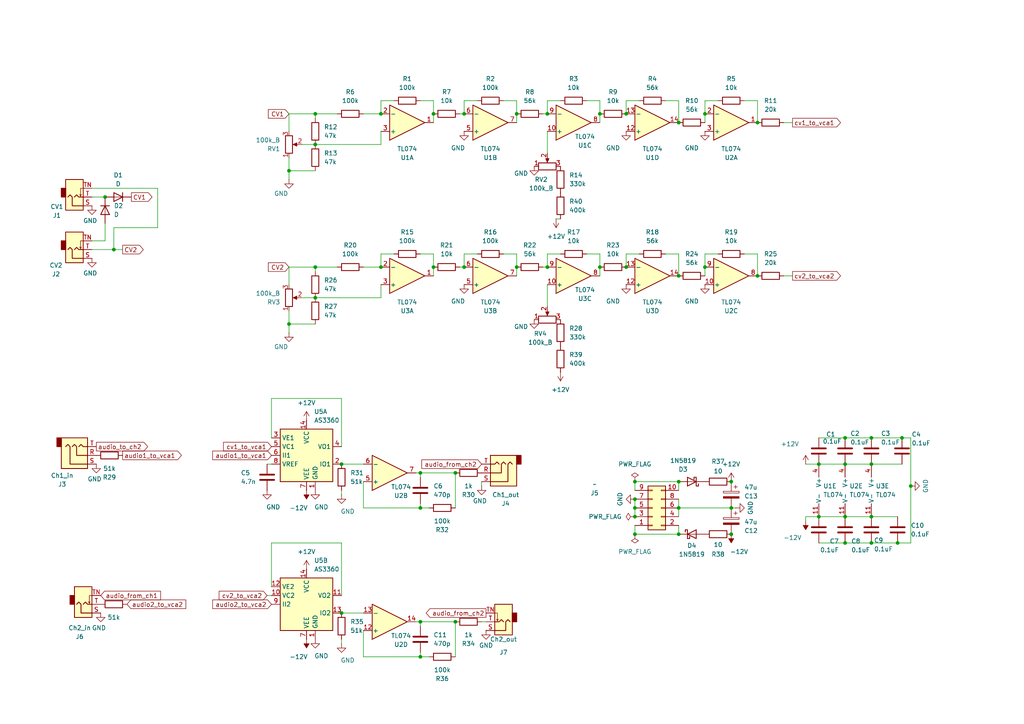
<source format=kicad_sch>
(kicad_sch (version 20231120) (generator "eeschema") (generator_version "8.0")
  (paper "A4")
  (title_block (title "VCA_Panner") (date "2024-06-04") (rev "1") (company "Clandestine Circutry"))
  (junction (at 245.11 149.86))
  (junction (at 204.47 33.02))
  (junction (at 264.16 140.97))
  (junction (at 212.09 147.32))
  (junction (at 212.09 154.94))
  (junction (at 110.49 77.47))
  (junction (at 252.73 134.62))
  (junction (at 184.15 149.86))
  (junction (at 132.08 180.34))
  (junction (at 196.85 80.01))
  (junction (at 184.15 154.94))
  (junction (at 237.49 134.62))
  (junction (at 149.86 77.47))
  (junction (at 252.73 127))
  (junction (at 91.44 33.02))
  (junction (at 121.92 137.16))
  (junction (at 121.92 190.5))
  (junction (at 219.71 35.56))
  (junction (at 99.06 177.8))
  (junction (at 91.44 77.47))
  (junction (at 245.11 134.62))
  (junction (at 99.06 134.62))
  (junction (at 132.08 137.16))
  (junction (at 125.73 33.02))
  (junction (at 252.73 157.48))
  (junction (at 134.62 33.02))
  (junction (at 181.61 77.47))
  (junction (at 121.92 180.34))
  (junction (at 158.75 77.47))
  (junction (at 110.49 33.02))
  (junction (at 196.85 139.7))
  (junction (at 245.11 157.48))
  (junction (at 173.99 33.02))
  (junction (at 212.09 139.7))
  (junction (at 181.61 33.02))
  (junction (at 204.47 77.47))
  (junction (at 245.11 127))
  (junction (at 260.35 157.48))
  (junction (at 121.92 147.32))
  (junction (at 30.48 57.15))
  (junction (at 261.62 127))
  (junction (at 196.85 147.32))
  (junction (at 149.86 33.02))
  (junction (at 91.44 41.91))
  (junction (at 33.02 72.39))
  (junction (at 184.15 139.7))
  (junction (at 219.71 80.01))
  (junction (at 83.82 93.98))
  (junction (at 173.99 77.47))
  (junction (at 134.62 77.47))
  (junction (at 125.73 77.47))
  (junction (at 252.73 149.86))
  (junction (at 184.15 144.78))
  (junction (at 91.44 86.36))
  (junction (at 83.82 49.53))
  (junction (at 196.85 154.94))
  (junction (at 196.85 35.56))
  (junction (at 158.75 33.02))
  (junction (at 237.49 149.86))
  (junction (at 184.15 147.32))
  (wire (pts (xy 196.85 29.21) (xy 196.85 35.56)))
  (wire (pts (xy 105.41 33.02) (xy 110.49 33.02)))
  (wire (pts (xy 219.71 73.66) (xy 219.71 80.01)))
  (wire (pts (xy 99.06 172.72) (xy 99.06 157.48)))
  (wire (pts (xy 173.99 35.56) (xy 173.99 33.02)))
  (wire (pts (xy 237.49 149.86) (xy 245.11 149.86)))
  (wire (pts (xy 110.49 29.21) (xy 114.3 29.21)))
  (wire (pts (xy 173.99 77.47) (xy 173.99 73.66)))
  (wire (pts (xy 105.41 139.7) (xy 105.41 147.32)))
  (wire (pts (xy 121.92 137.16) (xy 121.92 138.43)))
  (wire (pts (xy 196.85 149.86) (xy 196.85 147.32)))
  (wire (pts (xy 161.29 63.5) (xy 162.56 63.5)))
  (wire (pts (xy 173.99 73.66) (xy 170.18 73.66)))
  (wire (pts (xy 99.06 177.8) (xy 105.41 177.8)))
  (wire (pts (xy 99.06 129.54) (xy 99.06 115.57)))
  (wire (pts (xy 181.61 73.66) (xy 181.61 77.47)))
  (wire (pts (xy 158.75 73.66) (xy 162.56 73.66)))
  (wire (pts (xy 213.36 147.32) (xy 212.09 147.32)))
  (wire (pts (xy 125.73 29.21) (xy 121.92 29.21)))
  (wire (pts (xy 121.92 190.5) (xy 124.46 190.5)))
  (wire (pts (xy 196.85 142.24) (xy 196.85 139.7)))
  (wire (pts (xy 261.62 127) (xy 264.16 127)))
  (wire (pts (xy 26.67 72.39) (xy 33.02 72.39)))
  (wire (pts (xy 233.68 134.62) (xy 237.49 134.62)))
  (wire (pts (xy 87.63 86.36) (xy 91.44 86.36)))
  (wire (pts (xy 105.41 190.5) (xy 121.92 190.5)))
  (wire (pts (xy 33.02 66.04) (xy 33.02 72.39)))
  (wire (pts (xy 121.92 180.34) (xy 121.92 181.61)))
  (wire (pts (xy 245.11 134.62) (xy 252.73 134.62)))
  (wire (pts (xy 193.04 29.21) (xy 196.85 29.21)))
  (wire (pts (xy 125.73 77.47) (xy 125.73 80.01)))
  (wire (pts (xy 110.49 33.02) (xy 110.49 29.21)))
  (wire (pts (xy 149.86 29.21) (xy 146.05 29.21)))
  (wire (pts (xy 120.65 180.34) (xy 121.92 180.34)))
  (wire (pts (xy 149.86 77.47) (xy 149.86 80.01)))
  (wire (pts (xy 134.62 77.47) (xy 134.62 73.66)))
  (wire (pts (xy 33.02 72.39) (xy 35.56 72.39)))
  (wire (pts (xy 110.49 86.36) (xy 110.49 82.55)))
  (wire (pts (xy 208.28 73.66) (xy 204.47 73.66)))
  (wire (pts (xy 134.62 33.02) (xy 134.62 29.21)))
  (wire (pts (xy 184.15 139.7) (xy 196.85 139.7)))
  (wire (pts (xy 149.86 33.02) (xy 149.86 35.56)))
  (wire (pts (xy 91.44 34.29) (xy 91.44 33.02)))
  (wire (pts (xy 237.49 127) (xy 245.11 127)))
  (wire (pts (xy 99.06 185.42) (xy 99.06 186.69)))
  (wire (pts (xy 125.73 73.66) (xy 121.92 73.66)))
  (wire (pts (xy 120.65 137.16) (xy 121.92 137.16)))
  (wire (pts (xy 132.08 180.34) (xy 121.92 180.34)))
  (wire (pts (xy 158.75 82.55) (xy 158.75 88.9)))
  (wire (pts (xy 149.86 29.21) (xy 149.86 33.02)))
  (wire (pts (xy 78.74 157.48) (xy 78.74 170.18)))
  (wire (pts (xy 184.15 154.94) (xy 196.85 154.94)))
  (wire (pts (xy 30.48 64.77) (xy 30.48 69.85)))
  (wire (pts (xy 26.67 54.61) (xy 45.72 54.61)))
  (wire (pts (xy 91.44 77.47) (xy 97.79 77.47)))
  (wire (pts (xy 173.99 29.21) (xy 170.18 29.21)))
  (wire (pts (xy 83.82 33.02) (xy 91.44 33.02)))
  (wire (pts (xy 184.15 144.78) (xy 184.15 147.32)))
  (wire (pts (xy 158.75 77.47) (xy 158.75 73.66)))
  (wire (pts (xy 125.73 29.21) (xy 125.73 33.02)))
  (wire (pts (xy 83.82 33.02) (xy 83.82 38.1)))
  (wire (pts (xy 78.74 115.57) (xy 78.74 127)))
  (wire (pts (xy 196.85 73.66) (xy 196.85 80.01)))
  (wire (pts (xy 204.47 73.66) (xy 204.47 77.47)))
  (wire (pts (xy 133.35 77.47) (xy 134.62 77.47)))
  (wire (pts (xy 215.9 29.21) (xy 219.71 29.21)))
  (wire (pts (xy 30.48 69.85) (xy 26.67 69.85)))
  (wire (pts (xy 184.15 152.4) (xy 184.15 154.94)))
  (wire (pts (xy 149.86 73.66) (xy 149.86 77.47)))
  (wire (pts (xy 261.62 134.62) (xy 252.73 134.62)))
  (wire (pts (xy 139.7 180.34) (xy 140.97 180.34)))
  (wire (pts (xy 196.85 147.32) (xy 212.09 147.32)))
  (wire (pts (xy 77.47 134.62) (xy 78.74 134.62)))
  (wire (pts (xy 237.49 157.48) (xy 245.11 157.48)))
  (wire (pts (xy 173.99 80.01) (xy 173.99 77.47)))
  (wire (pts (xy 110.49 41.91) (xy 110.49 38.1)))
  (wire (pts (xy 45.72 66.04) (xy 33.02 66.04)))
  (wire (pts (xy 173.99 33.02) (xy 173.99 29.21)))
  (wire (pts (xy 184.15 149.86) (xy 184.15 147.32)))
  (wire (pts (xy 245.11 127) (xy 252.73 127)))
  (wire (pts (xy 132.08 147.32) (xy 132.08 137.16)))
  (wire (pts (xy 133.35 33.02) (xy 134.62 33.02)))
  (wire (pts (xy 264.16 127) (xy 264.16 140.97)))
  (wire (pts (xy 185.42 29.21) (xy 181.61 29.21)))
  (wire (pts (xy 245.11 157.48) (xy 252.73 157.48)))
  (wire (pts (xy 83.82 77.47) (xy 91.44 77.47)))
  (wire (pts (xy 99.06 115.57) (xy 78.74 115.57)))
  (wire (pts (xy 252.73 157.48) (xy 260.35 157.48)))
  (wire (pts (xy 99.06 134.62) (xy 105.41 134.62)))
  (wire (pts (xy 193.04 73.66) (xy 196.85 73.66)))
  (wire (pts (xy 215.9 73.66) (xy 219.71 73.66)))
  (wire (pts (xy 110.49 77.47) (xy 110.49 73.66)))
  (wire (pts (xy 134.62 29.21) (xy 138.43 29.21)))
  (wire (pts (xy 83.82 90.17) (xy 83.82 93.98)))
  (wire (pts (xy 185.42 73.66) (xy 181.61 73.66)))
  (wire (pts (xy 204.47 77.47) (xy 204.47 80.01)))
  (wire (pts (xy 45.72 54.61) (xy 45.72 66.04)))
  (wire (pts (xy 219.71 29.21) (xy 219.71 35.56)))
  (wire (pts (xy 132.08 137.16) (xy 121.92 137.16)))
  (wire (pts (xy 227.33 80.01) (xy 229.87 80.01)))
  (wire (pts (xy 196.85 147.32) (xy 196.85 144.78)))
  (wire (pts (xy 121.92 146.05) (xy 121.92 147.32)))
  (wire (pts (xy 196.85 152.4) (xy 196.85 154.94)))
  (wire (pts (xy 252.73 149.86) (xy 260.35 149.86)))
  (wire (pts (xy 181.61 29.21) (xy 181.61 33.02)))
  (wire (pts (xy 245.11 149.86) (xy 252.73 149.86)))
  (wire (pts (xy 110.49 73.66) (xy 114.3 73.66)))
  (wire (pts (xy 157.48 77.47) (xy 158.75 77.47)))
  (wire (pts (xy 83.82 77.47) (xy 83.82 82.55)))
  (wire (pts (xy 78.74 172.72) (xy 77.47 172.72)))
  (wire (pts (xy 264.16 157.48) (xy 264.16 140.97)))
  (wire (pts (xy 121.92 189.23) (xy 121.92 190.5)))
  (wire (pts (xy 105.41 147.32) (xy 121.92 147.32)))
  (wire (pts (xy 121.92 147.32) (xy 124.46 147.32)))
  (wire (pts (xy 158.75 33.02) (xy 158.75 29.21)))
  (wire (pts (xy 91.44 41.91) (xy 110.49 41.91)))
  (wire (pts (xy 149.86 73.66) (xy 146.05 73.66)))
  (wire (pts (xy 134.62 73.66) (xy 138.43 73.66)))
  (wire (pts (xy 260.35 157.48) (xy 264.16 157.48)))
  (wire (pts (xy 157.48 33.02) (xy 158.75 33.02)))
  (wire (pts (xy 125.73 33.02) (xy 125.73 35.56)))
  (wire (pts (xy 83.82 45.72) (xy 83.82 49.53)))
  (wire (pts (xy 105.41 182.88) (xy 105.41 190.5)))
  (wire (pts (xy 26.67 57.15) (xy 30.48 57.15)))
  (wire (pts (xy 233.68 149.86) (xy 237.49 149.86)))
  (wire (pts (xy 83.82 49.53) (xy 91.44 49.53)))
  (wire (pts (xy 158.75 38.1) (xy 158.75 44.45)))
  (wire (pts (xy 208.28 29.21) (xy 204.47 29.21)))
  (wire (pts (xy 158.75 29.21) (xy 162.56 29.21)))
  (wire (pts (xy 204.47 29.21) (xy 204.47 33.02)))
  (wire (pts (xy 237.49 134.62) (xy 245.11 134.62)))
  (wire (pts (xy 91.44 78.74) (xy 91.44 77.47)))
  (wire (pts (xy 252.73 127) (xy 261.62 127)))
  (wire (pts (xy 184.15 142.24) (xy 184.15 139.7)))
  (wire (pts (xy 204.47 33.02) (xy 204.47 35.56)))
  (wire (pts (xy 139.7 139.7) (xy 139.7 140.97)))
  (wire (pts (xy 91.44 86.36) (xy 110.49 86.36)))
  (wire (pts (xy 99.06 142.24) (xy 99.06 143.51)))
  (wire (pts (xy 227.33 35.56) (xy 229.87 35.56)))
  (wire (pts (xy 91.44 33.02) (xy 97.79 33.02)))
  (wire (pts (xy 132.08 190.5) (xy 132.08 180.34)))
  (wire (pts (xy 125.73 73.66) (xy 125.73 77.47)))
  (wire (pts (xy 83.82 49.53) (xy 83.82 52.07)))
  (wire (pts (xy 99.06 157.48) (xy 78.74 157.48)))
  (wire (pts (xy 83.82 93.98) (xy 83.82 96.52)))
  (wire (pts (xy 233.68 151.13) (xy 233.68 149.86)))
  (wire (pts (xy 105.41 77.47) (xy 110.49 77.47)))
  (wire (pts (xy 87.63 41.91) (xy 91.44 41.91)))
  (wire (pts (xy 83.82 93.98) (xy 91.44 93.98)))
  (global_label "cv2_to_vca2" (shape input) (at 77.47 172.72 180) (property "Intersheetrefs" "${INTERSHEET_REFS}" (effects (hide yes))))
  (global_label "CV1" (shape input) (at 83.82 33.02 180) (property "Intersheetrefs" "${INTERSHEET_REFS}" (effects (hide yes))))
  (global_label "audio_from_ch1" (shape input) (at 29.21 172.72 0) (property "Intersheetrefs" "${INTERSHEET_REFS}" (effects (hide yes))))
  (global_label "CV2" (shape input) (at 83.82 77.47 180) (property "Intersheetrefs" "${INTERSHEET_REFS}" (effects (hide yes))))
  (global_label "cv1_to_vca1" (shape output) (at 229.87 35.56 0) (property "Intersheetrefs" "${INTERSHEET_REFS}" (effects (hide yes))))
  (global_label "CV1" (shape output) (at 38.1 57.15 0) (property "Intersheetrefs" "${INTERSHEET_REFS}" (effects (hide yes))))
  (global_label "cv1_to_vca1" (shape input) (at 78.74 129.54 180) (property "Intersheetrefs" "${INTERSHEET_REFS}" (effects (hide yes))))
  (global_label "audio2_to_vca2" (shape input) (at 78.74 175.26 180) (property "Intersheetrefs" "${INTERSHEET_REFS}" (effects (hide yes))))
  (global_label "audio_from_ch2" (shape input) (at 139.7 134.62 180) (property "Intersheetrefs" "${INTERSHEET_REFS}" (effects (hide yes))))
  (global_label "cv2_to_vca2" (shape output) (at 229.87 80.01 0) (property "Intersheetrefs" "${INTERSHEET_REFS}" (effects (hide yes))))
  (global_label "audio1_to_vca1" (shape output) (at 35.56 132.08 0) (property "Intersheetrefs" "${INTERSHEET_REFS}" (effects (hide yes))))
  (global_label "audio_from_ch2" (shape output) (at 140.97 177.8 180) (property "Intersheetrefs" "${INTERSHEET_REFS}" (effects (hide yes))))
  (global_label "audio1_to_vca1" (shape input) (at 78.74 132.08 180) (property "Intersheetrefs" "${INTERSHEET_REFS}" (effects (hide yes))))
  (global_label "audio_to_ch2" (shape output) (at 27.94 129.54 0) (property "Intersheetrefs" "${INTERSHEET_REFS}" (effects (hide yes))))
  (global_label "CV2" (shape output) (at 35.56 72.39 0) (property "Intersheetrefs" "${INTERSHEET_REFS}" (effects (hide yes))))
  (global_label "audio2_to_vca2" (shape input) (at 36.83 175.26 0) (property "Intersheetrefs" "${INTERSHEET_REFS}" (effects (hide yes))))
  (symbol (lib_id "power:GND") (at 83.82 52.07 0) (unit 1)
    (property "Reference" "#PWR05" (effects (hide yes)))
    (property "Value" "GND" (at 81.534 56.134 0))
    (property "Description" "Power symbol creates a global label with name \"GND\" , ground" (effects (hide yes)))
  )
  (symbol (lib_id "Device:R_Potentiometer") (at 83.82 41.91 0) (mirror x) (unit 1)
    (property "Reference" "RV1" (at 81.28 43.1801 0) (effects (justify right)))
    (property "Value" "100k_B" (at 81.28 40.6401 0) (effects (justify right)))
    (property "Footprint" "mort_mix:Potentiometer_Alpha_RD901F-40-00D_Single_Vertical_withhole" (effects (hide yes)))
    (property "Description" "Potentiometer" (effects (hide yes)))
  )
  (symbol (lib_id "Device:R") (at 177.8 33.02 270) (unit 1)
    (property "Reference" "R9" (at 177.8 26.67 90))
    (property "Value" "10k" (at 177.8 29.21 90))
    (property "Footprint" "Resistor_SMD:R_0805_2012Metric_Pad1.20x1.40mm_HandSolder" (effects (hide yes)))
    (property "Description" "Resistor" (effects (hide yes)))
  )
  (symbol (lib_id "power:-12V") (at 212.09 154.94 0) (mirror x) (unit 1)
    (property "Reference" "#PWR025" (effects (hide yes)))
    (property "Value" "-12V" (at 214.376 160.02 0))
    (property "Description" "Power symbol creates a global label with name \"-12V\"" (effects (hide yes)))
  )
  (symbol (lib_id "Amplifier_Operational:TL074") (at 166.37 35.56 0) (mirror x) (unit 3)
    (property "Reference" "U1" (at 169.672 42.164 0))
    (property "Value" "TL074" (at 169.672 39.624 0))
    (property "Footprint" "Package_SO:SO-14_3.9x8.65mm_P1.27mm" (effects (hide yes)))
    (property "Datasheet" "http://www.ti.com/lit/ds/symlink/tl071.pdf" (effects (hide yes)))
    (property "Description" "Quad Low-Noise JFET-Input Operational Amplifiers, DIP-14/SOIC-14" (effects (hide yes)))
    (property "Sim.Library" "D:\\Zeug\\clandestine_circutry\\spice_models\\TL074-quad.lib" (effects (hide yes)))
    (property "Sim.Name" "TL074c" (effects (hide yes)))
    (property "Sim.Device" "SUBCKT" (effects (hide yes)))
    (property "Sim.Pins" "1=1out 2=1in- 3=1in+ 4=vcc+ 5=2in+ 6=2in- 7=2out 8=3out 9=3in- 10=3in+ 11=vcc- 12=4in+ 13=4in- 14=4out" (effects (hide yes)))
  )
  (symbol (lib_id "Amplifier_Operational:TL074") (at 118.11 80.01 0) (mirror x) (unit 1)
    (property "Reference" "U3" (at 118.11 90.17 0))
    (property "Value" "TL074" (at 118.11 87.63 0))
    (property "Footprint" "Package_SO:SO-14_3.9x8.65mm_P1.27mm" (effects (hide yes)))
    (property "Datasheet" "http://www.ti.com/lit/ds/symlink/tl071.pdf" (effects (hide yes)))
    (property "Description" "Quad Low-Noise JFET-Input Operational Amplifiers, DIP-14/SOIC-14" (effects (hide yes)))
  )
  (symbol (lib_id "power:-12V") (at 88.9 142.24 180) (unit 1)
    (property "Reference" "#PWR019" (effects (hide yes)))
    (property "Value" "-12V" (at 86.614 147.32 0))
    (property "Description" "Power symbol creates a global label with name \"-12V\"" (effects (hide yes)))
  )
  (symbol (lib_id "Device:R") (at 189.23 73.66 270) (unit 1)
    (property "Reference" "R18" (at 189.23 67.31 90))
    (property "Value" "56k" (at 189.23 69.85 90))
    (property "Footprint" "Resistor_SMD:R_0805_2012Metric_Pad1.20x1.40mm_HandSolder" (effects (hide yes)))
    (property "Description" "Resistor" (effects (hide yes)))
  )
  (symbol (lib_id "power:+12V") (at 161.29 63.5 180) (unit 1)
    (property "Reference" "#PWR06" (effects (hide yes)))
    (property "Value" "+12V" (at 161.29 68.58 0))
    (property "Description" "Power symbol creates a global label with name \"+12V\"" (effects (hide yes)))
  )
  (symbol (lib_id "Device:R") (at 200.66 35.56 270) (unit 1)
    (property "Reference" "R10" (at 200.66 29.21 90))
    (property "Value" "56k" (at 200.66 31.75 90))
    (property "Footprint" "Resistor_SMD:R_0805_2012Metric_Pad1.20x1.40mm_HandSolder" (effects (hide yes)))
    (property "Description" "Resistor" (effects (hide yes)))
  )
  (symbol (lib_id "power:GND") (at 99.06 143.51 0) (unit 1)
    (property "Reference" "#PWR021" (effects (hide yes)))
    (property "Value" "GND" (at 100.838 148.336 0))
    (property "Description" "Power symbol creates a global label with name \"GND\" , ground" (effects (hide yes)))
  )
  (symbol (lib_id "Device:R") (at 208.28 154.94 90) (unit 1)
    (property "Reference" "R38" (at 208.28 160.782 90))
    (property "Value" "10" (at 208.28 157.988 90))
    (property "Footprint" "Resistor_SMD:R_0805_2012Metric_Pad1.20x1.40mm_HandSolder" (effects (hide yes)))
    (property "Description" "Resistor" (effects (hide yes)))
  )
  (symbol (lib_id "power:GND") (at 83.82 96.52 0) (unit 1)
    (property "Reference" "#PWR013" (effects (hide yes)))
    (property "Value" "GND" (at 81.534 100.584 0))
    (property "Description" "Power symbol creates a global label with name \"GND\" , ground" (effects (hide yes)))
  )
  (symbol (lib_id "Device:R") (at 142.24 73.66 270) (unit 1)
    (property "Reference" "R16" (at 142.24 67.31 90))
    (property "Value" "100k" (at 142.24 69.85 90))
    (property "Footprint" "Resistor_SMD:R_0805_2012Metric_Pad1.20x1.40mm_HandSolder" (effects (hide yes)))
    (property "Description" "Resistor" (effects (hide yes)))
  )
  (symbol (lib_id "Device:R") (at 128.27 190.5 270) (unit 1)
    (property "Reference" "R36" (at 128.27 196.85 90))
    (property "Value" "100k" (at 128.27 194.31 90))
    (property "Footprint" "Resistor_SMD:R_0805_2012Metric_Pad1.20x1.40mm_HandSolder" (effects (hide yes)))
    (property "Description" "Resistor" (effects (hide yes)))
  )
  (symbol (lib_id "Device:R") (at 200.66 80.01 270) (unit 1)
    (property "Reference" "R24" (at 200.66 73.66 90))
    (property "Value" "56k" (at 200.66 76.2 90))
    (property "Footprint" "Resistor_SMD:R_0805_2012Metric_Pad1.20x1.40mm_HandSolder" (effects (hide yes)))
    (property "Description" "Resistor" (effects (hide yes)))
  )
  (symbol (lib_id "Device:R") (at 208.28 139.7 270) (unit 1)
    (property "Reference" "R37" (at 208.28 133.858 90))
    (property "Value" "10" (at 208.28 136.652 90))
    (property "Footprint" "Resistor_SMD:R_0805_2012Metric_Pad1.20x1.40mm_HandSolder" (effects (hide yes)))
    (property "Description" "Resistor" (effects (hide yes)))
  )
  (symbol (lib_id "Device:C") (at 121.92 142.24 180) (unit 1)
    (property "Reference" "C6" (at 125.73 140.9699 0) (effects (justify right)))
    (property "Value" "470p" (at 125.73 143.5099 0) (effects (justify right)))
    (property "Footprint" "Capacitor_SMD:C_0805_2012Metric_Pad1.18x1.45mm_HandSolder" (effects (hide yes)))
    (property "Description" "Unpolarized capacitor" (effects (hide yes)))
  )
  (symbol (lib_id "Device:R") (at 162.56 59.69 0) (mirror y) (unit 1)
    (property "Reference" "R40" (at 165.1 58.4199 0) (effects (justify right)))
    (property "Value" "400k" (at 165.1 60.9599 0) (effects (justify right)))
    (property "Footprint" "Resistor_SMD:R_0805_2012Metric_Pad1.20x1.40mm_HandSolder" (effects (hide yes)))
    (property "Description" "Resistor" (effects (hide yes)))
  )
  (symbol (lib_id "Device:R") (at 99.06 138.43 180) (unit 1)
    (property "Reference" "R31" (at 101.6 137.1599 0) (effects (justify right)))
    (property "Value" "51k" (at 101.6 139.6999 0) (effects (justify right)))
    (property "Footprint" "Resistor_SMD:R_0805_2012Metric_Pad1.20x1.40mm_HandSolder" (effects (hide yes)))
    (property "Description" "Resistor" (effects (hide yes)))
  )
  (symbol (lib_id "Device:R") (at 162.56 96.52 0) (mirror y) (unit 1)
    (property "Reference" "R28" (at 165.1 95.2499 0) (effects (justify right)))
    (property "Value" "330k" (at 165.1 97.7899 0) (effects (justify right)))
    (property "Footprint" "Resistor_SMD:R_0805_2012Metric_Pad1.20x1.40mm_HandSolder" (effects (hide yes)))
    (property "Description" "Resistor" (effects (hide yes)))
  )
  (symbol (lib_id "power:GND") (at 181.61 38.1 0) (unit 1)
    (property "Reference" "#PWR02" (effects (hide yes)))
    (property "Value" "GND" (at 177.8 42.926 0))
    (property "Description" "Power symbol creates a global label with name \"GND\" , ground" (effects (hide yes)))
  )
  (symbol (lib_id "Device:D") (at 34.29 57.15 180) (unit 1)
    (property "Reference" "D1" (at 34.29 50.8 0))
    (property "Value" "D" (at 34.29 53.34 0))
    (property "Footprint" "Diode_SMD:D_0805_2012Metric_Pad1.15x1.40mm_HandSolder" (effects (hide yes)))
    (property "Description" "Diode" (effects (hide yes)))
    (property "Sim.Device" "D" (effects (hide yes)))
    (property "Sim.Pins" "1=K 2=A" (effects (hide yes)))
  )
  (symbol (lib_id "Diode:1N5819") (at 200.66 139.7 180) (unit 1)
    (property "Reference" "D3" (at 198.12 136.144 0))
    (property "Value" "1N5819" (at 198.12 133.604 0))
    (property "Footprint" "Diode_THT:D_DO-41_SOD81_P2.54mm_Vertical_AnodeUp" (effects (hide yes)))
    (property "Datasheet" "http://www.vishay.com/docs/88525/1n5817.pdf" (effects (hide yes)))
    (property "Description" "40V 1A Schottky Barrier Rectifier Diode, DO-41" (effects (hide yes)))
  )
  (symbol (lib_id "power:GND") (at 26.67 59.69 0) (unit 1)
    (property "Reference" "#PWR07" (effects (hide yes)))
    (property "Value" "GND" (at 26.162 64.008 0))
    (property "Description" "Power symbol creates a global label with name \"GND\" , ground" (effects (hide yes)))
  )
  (symbol (lib_id "power:GND") (at 139.7 140.97 0) (unit 1)
    (property "Reference" "#PWR017" (effects (hide yes)))
    (property "Value" "GND" (at 139.192 145.288 0))
    (property "Description" "Power symbol creates a global label with name \"GND\" , ground" (effects (hide yes)))
  )
  (symbol (lib_id "Amplifier_Operational:TL074") (at 142.24 80.01 0) (mirror x) (unit 2)
    (property "Reference" "U3" (at 142.24 90.17 0))
    (property "Value" "TL074" (at 142.24 87.63 0))
    (property "Footprint" "Package_SO:SO-14_3.9x8.65mm_P1.27mm" (effects (hide yes)))
    (property "Datasheet" "http://www.ti.com/lit/ds/symlink/tl071.pdf" (effects (hide yes)))
    (property "Description" "Quad Low-Noise JFET-Input Operational Amplifiers, DIP-14/SOIC-14" (effects (hide yes)))
  )
  (symbol (lib_id "power:+12V") (at 88.9 165.1 0) (unit 1)
    (property "Reference" "#PWR022" (effects (hide yes)))
    (property "Value" "+12V" (at 88.9 160.02 0))
    (property "Description" "Power symbol creates a global label with name \"+12V\"" (effects (hide yes)))
  )
  (symbol (lib_id "Device:R") (at 189.23 29.21 270) (unit 1)
    (property "Reference" "R4" (at 189.23 22.86 90))
    (property "Value" "56k" (at 189.23 25.4 90))
    (property "Footprint" "Resistor_SMD:R_0805_2012Metric_Pad1.20x1.40mm_HandSolder" (effects (hide yes)))
    (property "Description" "Resistor" (effects (hide yes)))
  )
  (symbol (lib_id "Device:R") (at 101.6 33.02 270) (unit 1)
    (property "Reference" "R6" (at 101.6 26.67 90))
    (property "Value" "100k" (at 101.6 29.21 90))
    (property "Footprint" "Resistor_SMD:R_0805_2012Metric_Pad1.20x1.40mm_HandSolder" (effects (hide yes)))
    (property "Description" "Resistor" (effects (hide yes)))
  )
  (symbol (lib_id "Device:R") (at 223.52 35.56 270) (unit 1)
    (property "Reference" "R11" (at 223.52 29.21 90))
    (property "Value" "20k" (at 223.52 31.75 90))
    (property "Footprint" "Resistor_SMD:R_0805_2012Metric_Pad1.20x1.40mm_HandSolder" (effects (hide yes)))
    (property "Description" "Resistor" (effects (hide yes)))
  )
  (symbol (lib_id "Device:R") (at 118.11 73.66 270) (unit 1)
    (property "Reference" "R15" (at 118.11 67.31 90))
    (property "Value" "100k" (at 118.11 69.85 90))
    (property "Footprint" "Resistor_SMD:R_0805_2012Metric_Pad1.20x1.40mm_HandSolder" (effects (hide yes)))
    (property "Description" "Resistor" (effects (hide yes)))
  )
  (symbol (lib_id "Device:R") (at 135.89 180.34 90) (mirror x) (unit 1)
    (property "Reference" "R34" (at 135.89 186.69 90))
    (property "Value" "1k" (at 135.89 184.15 90))
    (property "Footprint" "Resistor_SMD:R_0805_2012Metric_Pad1.20x1.40mm_HandSolder" (effects (hide yes)))
    (property "Description" "Resistor" (effects (hide yes)))
  )
  (symbol (lib_id "power:GND") (at 140.97 182.88 0) (unit 1)
    (property "Reference" "#PWR024" (effects (hide yes)))
    (property "Value" "GND" (at 140.97 187.198 0))
    (property "Description" "Power symbol creates a global label with name \"GND\" , ground" (effects (hide yes)))
  )
  (symbol (lib_id "Device:C") (at 252.73 130.81 180) (unit 1)
    (property "Reference" "C3" (at 255.524 125.73 0) (effects (justify right)))
    (property "Value" "0.1uF" (at 255.524 128.27 0) (effects (justify right)))
    (property "Footprint" "Capacitor_SMD:C_0805_2012Metric_Pad1.18x1.45mm_HandSolder" (effects (hide yes)))
    (property "Description" "Unpolarized capacitor" (effects (hide yes)))
  )
  (symbol (lib_id "Device:C") (at 245.11 130.81 180) (unit 1)
    (property "Reference" "C2" (at 246.634 125.73 0) (effects (justify right)))
    (property "Value" "0.1uF" (at 246.634 128.27 0) (effects (justify right)))
    (property "Footprint" "Capacitor_SMD:C_0805_2012Metric_Pad1.18x1.45mm_HandSolder" (effects (hide yes)))
    (property "Description" "Unpolarized capacitor" (effects (hide yes)))
  )
  (symbol (lib_id "Device:R") (at 118.11 29.21 270) (unit 1)
    (property "Reference" "R1" (at 118.11 22.86 90))
    (property "Value" "100k" (at 118.11 25.4 90))
    (property "Footprint" "Resistor_SMD:R_0805_2012Metric_Pad1.20x1.40mm_HandSolder" (effects (hide yes)))
    (property "Description" "Resistor" (effects (hide yes)))
  )
  (symbol (lib_id "power:+12V") (at 88.9 121.92 0) (unit 1)
    (property "Reference" "#PWR015" (effects (hide yes)))
    (property "Value" "+12V" (at 88.9 116.84 0))
    (property "Description" "Power symbol creates a global label with name \"+12V\"" (effects (hide yes)))
  )
  (symbol (lib_id "Device:C") (at 237.49 130.81 0) (mirror x) (unit 1)
    (property "Reference" "C1" (at 242.316 125.984 0) (effects (justify right)))
    (property "Value" "0.1uF" (at 244.094 128.016 0) (effects (justify right)))
    (property "Footprint" "Capacitor_SMD:C_0805_2012Metric_Pad1.18x1.45mm_HandSolder" (effects (hide yes)))
    (property "Description" "Unpolarized capacitor" (effects (hide yes)))
  )
  (symbol (lib_id "Device:R") (at 177.8 77.47 270) (unit 1)
    (property "Reference" "R23" (at 177.8 71.12 90))
    (property "Value" "10k" (at 177.8 73.66 90))
    (property "Footprint" "Resistor_SMD:R_0805_2012Metric_Pad1.20x1.40mm_HandSolder" (effects (hide yes)))
    (property "Description" "Resistor" (effects (hide yes)))
  )
  (symbol (lib_id "Amplifier_Operational:TL074") (at 189.23 35.56 0) (mirror x) (unit 4)
    (property "Reference" "U1" (at 189.23 45.72 0))
    (property "Value" "TL074" (at 189.23 43.18 0))
    (property "Footprint" "Package_SO:SO-14_3.9x8.65mm_P1.27mm" (effects (hide yes)))
    (property "Datasheet" "http://www.ti.com/lit/ds/symlink/tl071.pdf" (effects (hide yes)))
    (property "Description" "Quad Low-Noise JFET-Input Operational Amplifiers, DIP-14/SOIC-14" (effects (hide yes)))
    (property "Sim.Library" "D:\\Zeug\\clandestine_circutry\\spice_models\\TL074-quad.lib" (effects (hide yes)))
    (property "Sim.Name" "TL074c" (effects (hide yes)))
    (property "Sim.Device" "SUBCKT" (effects (hide yes)))
    (property "Sim.Pins" "1=1out 2=1in- 3=1in+ 4=vcc+ 5=2in+ 6=2in- 7=2out 8=3out 9=3in- 10=3in+ 11=vcc- 12=4in+ 13=4in- 14=4out" (effects (hide yes)))
  )
  (symbol (lib_id "Device:R") (at 99.06 181.61 180) (unit 1)
    (property "Reference" "R35" (at 101.6 180.3399 0) (effects (justify right)))
    (property "Value" "51k" (at 101.6 182.8799 0) (effects (justify right)))
    (property "Footprint" "Resistor_SMD:R_0805_2012Metric_Pad1.20x1.40mm_HandSolder" (effects (hide yes)))
    (property "Description" "Resistor" (effects (hide yes)))
  )
  (symbol (lib_id "Connector_Audio:AudioJack3") (at 144.78 137.16 180) (unit 1)
    (property "Reference" "J4" (at 146.685 146.05 0))
    (property "Value" "Ch1_out" (at 146.685 143.51 0))
    (property "Footprint" "mort_mix:Jack_3.5mm_QingPu_WQP-PJ366ST_Vertical" (effects (hide yes)))
    (property "Description" "Audio Jack, 3 Poles (Stereo / TRS)" (effects (hide yes)))
  )
  (symbol (lib_id "Amplifier_Operational:TL074") (at 255.27 142.24 0) (unit 5)
    (property "Reference" "U3" (at 254 140.9699 0) (effects (justify left)))
    (property "Value" "TL074" (at 254 143.5099 0) (effects (justify left)))
    (property "Footprint" "Package_SO:SO-14_3.9x8.65mm_P1.27mm" (effects (hide yes)))
    (property "Datasheet" "http://www.ti.com/lit/ds/symlink/tl071.pdf" (effects (hide yes)))
    (property "Description" "Quad Low-Noise JFET-Input Operational Amplifiers, DIP-14/SOIC-14" (effects (hide yes)))
  )
  (symbol (lib_id "power:GND") (at 26.67 74.93 0) (unit 1)
    (property "Reference" "#PWR08" (effects (hide yes)))
    (property "Value" "GND" (at 26.162 79.248 0))
    (property "Description" "Power symbol creates a global label with name \"GND\" , ground" (effects (hide yes)))
  )
  (symbol (lib_id "Amplifier_Operational:TL074") (at 166.37 80.01 0) (mirror x) (unit 3)
    (property "Reference" "U3" (at 169.672 86.614 0))
    (property "Value" "TL074" (at 169.672 84.074 0))
    (property "Footprint" "Package_SO:SO-14_3.9x8.65mm_P1.27mm" (effects (hide yes)))
    (property "Datasheet" "http://www.ti.com/lit/ds/symlink/tl071.pdf" (effects (hide yes)))
    (property "Description" "Quad Low-Noise JFET-Input Operational Amplifiers, DIP-14/SOIC-14" (effects (hide yes)))
  )
  (symbol (lib_id "Device:R") (at 162.56 52.07 0) (mirror y) (unit 1)
    (property "Reference" "R14" (at 165.1 50.7999 0) (effects (justify right)))
    (property "Value" "330k" (at 165.1 53.3399 0) (effects (justify right)))
    (property "Footprint" "Resistor_SMD:R_0805_2012Metric_Pad1.20x1.40mm_HandSolder" (effects (hide yes)))
    (property "Description" "Resistor" (effects (hide yes)))
  )
  (symbol (lib_id "power:GND") (at 29.21 177.8 0) (unit 1)
    (property "Reference" "#PWR023" (effects (hide yes)))
    (property "Value" "GND" (at 28.702 182.118 0))
    (property "Description" "Power symbol creates a global label with name \"GND\" , ground" (effects (hide yes)))
  )
  (symbol (lib_id "Device:R") (at 91.44 38.1 0) (mirror y) (unit 1)
    (property "Reference" "R12" (at 93.98 36.8299 0) (effects (justify right)))
    (property "Value" "47k" (at 93.98 39.3699 0) (effects (justify right)))
    (property "Footprint" "Resistor_SMD:R_0805_2012Metric_Pad1.20x1.40mm_HandSolder" (effects (hide yes)))
    (property "Description" "Resistor" (effects (hide yes)))
  )
  (symbol (lib_id "Connector_Audio:AudioJack2_SwitchT") (at 24.13 175.26 0) (mirror x) (unit 1)
    (property "Reference" "J6" (at 23.114 184.658 0))
    (property "Value" "Ch2_in" (at 23.114 182.118 0))
    (property "Footprint" "mort_mix:PJ398SM" (effects (hide yes)))
    (property "Description" "Audio Jack, 2 Poles (Mono / TS), Switched T Pole (Normalling)" (effects (hide yes)))
  )
  (symbol (lib_id "Device:R") (at 91.44 82.55 0) (mirror y) (unit 1)
    (property "Reference" "R26" (at 93.98 81.2799 0) (effects (justify right)))
    (property "Value" "47k" (at 93.98 83.8199 0) (effects (justify right)))
    (property "Footprint" "Resistor_SMD:R_0805_2012Metric_Pad1.20x1.40mm_HandSolder" (effects (hide yes)))
    (property "Description" "Resistor" (effects (hide yes)))
  )
  (symbol (lib_id "power:+12V") (at 233.68 134.62 0) (unit 1)
    (property "Reference" "#PWR031" (effects (hide yes)))
    (property "Value" "+12V" (at 229.108 128.7781 0))
    (property "Description" "Power symbol creates a global label with name \"+12V\"" (effects (hide yes)))
  )
  (symbol (lib_id "Device:C") (at 237.49 153.67 0) (mirror x) (unit 1)
    (property "Reference" "C7" (at 243.332 156.972 0) (effects (justify right)))
    (property "Value" "0.1uF" (at 243.332 159.512 0) (effects (justify right)))
    (property "Footprint" "Capacitor_SMD:C_0805_2012Metric_Pad1.18x1.45mm_HandSolder" (effects (hide yes)))
    (property "Description" "Unpolarized capacitor" (effects (hide yes)))
  )
  (symbol (lib_id "Device:R") (at 166.37 29.21 270) (unit 1)
    (property "Reference" "R3" (at 166.37 22.86 90))
    (property "Value" "10k" (at 166.37 25.4 90))
    (property "Footprint" "Resistor_SMD:R_0805_2012Metric_Pad1.20x1.40mm_HandSolder" (effects (hide yes)))
    (property "Description" "Resistor" (effects (hide yes)))
  )
  (symbol (lib_id "Device:R") (at 91.44 45.72 0) (mirror y) (unit 1)
    (property "Reference" "R13" (at 93.98 44.4499 0) (effects (justify right)))
    (property "Value" "47k" (at 93.98 46.9899 0) (effects (justify right)))
    (property "Footprint" "Resistor_SMD:R_0805_2012Metric_Pad1.20x1.40mm_HandSolder" (effects (hide yes)))
    (property "Description" "Resistor" (effects (hide yes)))
  )
  (symbol (lib_id "Device:R_Potentiometer") (at 83.82 86.36 0) (mirror x) (unit 1)
    (property "Reference" "RV3" (at 81.28 87.6301 0) (effects (justify right)))
    (property "Value" "100k_B" (at 81.28 85.0901 0) (effects (justify right)))
    (property "Footprint" "mort_mix:Potentiometer_Alpha_RD901F-40-00D_Single_Vertical_withhole" (effects (hide yes)))
    (property "Description" "Potentiometer" (effects (hide yes)))
  )
  (symbol (lib_id "Device:C_Polarized") (at 212.09 143.51 0) (mirror y) (unit 1)
    (property "Reference" "C13" (at 215.9 143.8911 0) (effects (justify right)))
    (property "Value" "47u" (at 215.9 141.3511 0) (effects (justify right)))
    (property "Footprint" "Capacitor_THT:CP_Radial_D4.0mm_P2.00mm" (effects (hide yes)))
    (property "Description" "Polarized capacitor" (effects (hide yes)))
  )
  (symbol (lib_id "Device:C_Polarized") (at 212.09 151.13 0) (mirror y) (unit 1)
    (property "Reference" "C12" (at 215.9 153.924 0) (effects (justify right)))
    (property "Value" "47u" (at 215.9 151.384 0) (effects (justify right)))
    (property "Footprint" "Capacitor_THT:CP_Radial_D4.0mm_P2.00mm" (effects (hide yes)))
    (property "Description" "Polarized capacitor" (effects (hide yes)))
  )
  (symbol (lib_id "Device:R") (at 162.56 104.14 0) (mirror y) (unit 1)
    (property "Reference" "R39" (at 165.1 102.8699 0) (effects (justify right)))
    (property "Value" "400k" (at 165.1 105.4099 0) (effects (justify right)))
    (property "Footprint" "Resistor_SMD:R_0805_2012Metric_Pad1.20x1.40mm_HandSolder" (effects (hide yes)))
    (property "Description" "Resistor" (effects (hide yes)))
  )
  (symbol (lib_id "Device:R") (at 153.67 33.02 270) (unit 1)
    (property "Reference" "R8" (at 153.67 26.67 90))
    (property "Value" "56k" (at 153.67 29.21 90))
    (property "Footprint" "Resistor_SMD:R_0805_2012Metric_Pad1.20x1.40mm_HandSolder" (effects (hide yes)))
    (property "Description" "Resistor" (effects (hide yes)))
  )
  (symbol (lib_id "power:GND") (at 213.36 147.32 90) (mirror x) (unit 1)
    (property "Reference" "#PWR029" (effects (hide yes)))
    (property "Value" "GND" (at 217.678 147.32 0))
    (property "Description" "Power symbol creates a global label with name \"GND\" , ground" (effects (hide yes)))
  )
  (symbol (lib_id "Audio:AS3360") (at 88.9 132.08 0) (unit 1)
    (property "Reference" "U5" (at 91.0941 119.38 0) (effects (justify left)))
    (property "Value" "AS3360" (at 91.0941 121.92 0) (effects (justify left)))
    (property "Footprint" "Package_SO:SOIC-16_3.9x9.9mm_P1.27mm" (effects (hide yes)))
    (property "Datasheet" "http://www.alfarzpp.lv/eng/sc/AS3360.pdf" (effects (hide yes)))
    (property "Description" "Dual Voltage Controlled Amplifier (VCA), DIP-14/SOIC-14" (effects (hide yes)))
  )
  (symbol (lib_id "Device:D") (at 30.48 60.96 270) (unit 1)
    (property "Reference" "D2" (at 33.02 59.6899 90) (effects (justify left)))
    (property "Value" "D" (at 33.02 62.2299 90) (effects (justify left)))
    (property "Footprint" "Diode_SMD:D_0805_2012Metric_Pad1.15x1.40mm_HandSolder" (effects (hide yes)))
    (property "Description" "Diode" (effects (hide yes)))
    (property "Sim.Device" "D" (effects (hide yes)))
    (property "Sim.Pins" "1=K 2=A" (effects (hide yes)))
  )
  (symbol (lib_id "Device:C") (at 245.11 153.67 180) (unit 1)
    (property "Reference" "C8" (at 246.888 156.972 0) (effects (justify right)))
    (property "Value" "0.1uF" (at 246.888 159.512 0) (effects (justify right)))
    (property "Footprint" "Capacitor_SMD:C_0805_2012Metric_Pad1.18x1.45mm_HandSolder" (effects (hide yes)))
    (property "Description" "Unpolarized capacitor" (effects (hide yes)))
  )
  (symbol (lib_id "power:GND") (at 204.47 38.1 0) (unit 1)
    (property "Reference" "#PWR03" (effects (hide yes)))
    (property "Value" "GND" (at 200.66 42.926 0))
    (property "Description" "Power symbol creates a global label with name \"GND\" , ground" (effects (hide yes)))
  )
  (symbol (lib_id "Device:R") (at 223.52 80.01 270) (unit 1)
    (property "Reference" "R25" (at 223.52 73.66 90))
    (property "Value" "20k" (at 223.52 76.2 90))
    (property "Footprint" "Resistor_SMD:R_0805_2012Metric_Pad1.20x1.40mm_HandSolder" (effects (hide yes)))
    (property "Description" "Resistor" (effects (hide yes)))
  )
  (symbol (lib_id "power:PWR_FLAG") (at 184.15 139.7 0) (unit 1)
    (property "Reference" "#FLG02" (effects (hide yes)))
    (property "Value" "PWR_FLAG" (at 184.15 134.62 0))
    (property "Description" "Special symbol for telling ERC where power comes from" (effects (hide yes)))
  )
  (symbol (lib_id "power:GND") (at 27.94 134.62 0) (unit 1)
    (property "Reference" "#PWR016" (effects (hide yes)))
    (property "Value" "GND" (at 27.432 138.938 0))
    (property "Description" "Power symbol creates a global label with name \"GND\" , ground" (effects (hide yes)))
  )
  (symbol (lib_id "Device:R_Potentiometer") (at 158.75 48.26 90) (unit 1)
    (property "Reference" "RV2" (at 156.972 52.07 90))
    (property "Value" "100k_B" (at 156.972 54.61 90))
    (property "Footprint" "mort_mix:Potentiometer_Alpha_RD901F-40-00D_Single_Vertical_withhole" (effects (hide yes)))
    (property "Description" "Potentiometer" (effects (hide yes)))
  )
  (symbol (lib_id "Amplifier_Operational:TL074") (at 247.65 142.24 0) (unit 5)
    (property "Reference" "U2" (at 246.38 140.9699 0) (effects (justify left)))
    (property "Value" "TL074" (at 246.38 143.5099 0) (effects (justify left)))
    (property "Footprint" "Package_SO:SO-14_3.9x8.65mm_P1.27mm" (effects (hide yes)))
    (property "Datasheet" "http://www.ti.com/lit/ds/symlink/tl071.pdf" (effects (hide yes)))
    (property "Description" "Quad Low-Noise JFET-Input Operational Amplifiers, DIP-14/SOIC-14" (effects (hide yes)))
  )
  (symbol (lib_id "Device:R") (at 33.02 175.26 270) (mirror x) (unit 1)
    (property "Reference" "R33" (effects (hide yes)))
    (property "Value" "51k" (at 33.02 179.07 90))
    (property "Footprint" "Resistor_SMD:R_0805_2012Metric_Pad1.20x1.40mm_HandSolder" (effects (hide yes)))
    (property "Description" "Resistor" (effects (hide yes)))
  )
  (symbol (lib_id "Amplifier_Operational:TL074") (at 113.03 137.16 0) (mirror x) (unit 2)
    (property "Reference" "U2" (at 116.332 143.764 0))
    (property "Value" "TL074" (at 116.332 141.224 0))
    (property "Footprint" "Package_SO:SO-14_3.9x8.65mm_P1.27mm" (effects (hide yes)))
    (property "Datasheet" "http://www.ti.com/lit/ds/symlink/tl071.pdf" (effects (hide yes)))
    (property "Description" "Quad Low-Noise JFET-Input Operational Amplifiers, DIP-14/SOIC-14" (effects (hide yes)))
    (property "Sim.Library" "..\\spice_models\\TL074-quad.lib" (effects (hide yes)))
    (property "Sim.Name" "TL074c" (effects (hide yes)))
    (property "Sim.Device" "SUBCKT" (effects (hide yes)))
    (property "Sim.Pins" "1=1out 2=1in- 3=1in+ 4=vcc+ 5=2in+ 6=2in- 7=2out 8=3out 9=3in- 10=3in+ 11=vcc- 12=4in+ 13=4in- 14=4out" (effects (hide yes)))
  )
  (symbol (lib_id "Device:C") (at 260.35 153.67 180) (unit 1)
    (property "Reference" "C10" (at 264.16 152.3999 0) (effects (justify right)))
    (property "Value" "0.1uF" (at 264.16 154.9399 0) (effects (justify right)))
    (property "Footprint" "Capacitor_SMD:C_0805_2012Metric_Pad1.18x1.45mm_HandSolder" (effects (hide yes)))
    (property "Description" "Unpolarized capacitor" (effects (hide yes)))
  )
  (symbol (lib_id "power:PWR_FLAG") (at 184.15 149.86 90) (unit 1)
    (property "Reference" "#FLG03" (effects (hide yes)))
    (property "Value" "PWR_FLAG" (at 180.34 149.8599 90) (effects (justify left)))
    (property "Description" "Special symbol for telling ERC where power comes from" (effects (hide yes)))
  )
  (symbol (lib_id "Amplifier_Operational:TL074") (at 212.09 80.01 0) (mirror x) (unit 3)
    (property "Reference" "U2" (at 212.09 90.17 0))
    (property "Value" "TL074" (at 212.09 87.63 0))
    (property "Footprint" "Package_SO:SO-14_3.9x8.65mm_P1.27mm" (effects (hide yes)))
    (property "Datasheet" "http://www.ti.com/lit/ds/symlink/tl071.pdf" (effects (hide yes)))
    (property "Description" "Quad Low-Noise JFET-Input Operational Amplifiers, DIP-14/SOIC-14" (effects (hide yes)))
    (property "Sim.Library" "..\\spice_models\\TL074-quad.lib" (effects (hide yes)))
    (property "Sim.Name" "TL074c" (effects (hide yes)))
    (property "Sim.Device" "SUBCKT" (effects (hide yes)))
    (property "Sim.Pins" "1=1out 2=1in- 3=1in+ 4=vcc+ 5=2in+ 6=2in- 7=2out 8=3out 9=3in- 10=3in+ 11=vcc- 12=4in+ 13=4in- 14=4out" (effects (hide yes)))
  )
  (symbol (lib_id "Device:R") (at 31.75 132.08 90) (mirror x) (unit 1)
    (property "Reference" "R29" (at 31.75 138.43 90))
    (property "Value" "51k" (at 31.75 135.89 90))
    (property "Footprint" "Resistor_SMD:R_0805_2012Metric_Pad1.20x1.40mm_HandSolder" (effects (hide yes)))
    (property "Description" "Resistor" (effects (hide yes)))
  )
  (symbol (lib_id "power:GND") (at 134.62 38.1 0) (mirror y) (unit 1)
    (property "Reference" "#PWR01" (effects (hide yes)))
    (property "Value" "GND" (at 132.842 42.926 0))
    (property "Description" "Power symbol creates a global label with name \"GND\" , ground" (effects (hide yes)))
  )
  (symbol (lib_id "Device:R") (at 91.44 90.17 0) (mirror y) (unit 1)
    (property "Reference" "R27" (at 93.98 88.8999 0) (effects (justify right)))
    (property "Value" "47k" (at 93.98 91.4399 0) (effects (justify right)))
    (property "Footprint" "Resistor_SMD:R_0805_2012Metric_Pad1.20x1.40mm_HandSolder" (effects (hide yes)))
    (property "Description" "Resistor" (effects (hide yes)))
  )
  (symbol (lib_id "power:GND") (at 91.44 142.24 0) (unit 1)
    (property "Reference" "#PWR020" (effects (hide yes)))
    (property "Value" "GND" (at 93.218 147.066 0))
    (property "Description" "Power symbol creates a global label with name \"GND\" , ground" (effects (hide yes)))
  )
  (symbol (lib_id "Device:R") (at 101.6 77.47 270) (unit 1)
    (property "Reference" "R20" (at 101.6 71.12 90))
    (property "Value" "100k" (at 101.6 73.66 90))
    (property "Footprint" "Resistor_SMD:R_0805_2012Metric_Pad1.20x1.40mm_HandSolder" (effects (hide yes)))
    (property "Description" "Resistor" (effects (hide yes)))
  )
  (symbol (lib_id "Amplifier_Operational:TL074") (at 113.03 180.34 0) (mirror x) (unit 4)
    (property "Reference" "U2" (at 116.332 186.944 0))
    (property "Value" "TL074" (at 116.332 184.404 0))
    (property "Footprint" "Package_SO:SO-14_3.9x8.65mm_P1.27mm" (effects (hide yes)))
    (property "Datasheet" "http://www.ti.com/lit/ds/symlink/tl071.pdf" (effects (hide yes)))
    (property "Description" "Quad Low-Noise JFET-Input Operational Amplifiers, DIP-14/SOIC-14" (effects (hide yes)))
    (property "Sim.Library" "..\\spice_models\\TL074-quad.lib" (effects (hide yes)))
    (property "Sim.Name" "TL074c" (effects (hide yes)))
    (property "Sim.Device" "SUBCKT" (effects (hide yes)))
    (property "Sim.Pins" "1=1out 2=1in- 3=1in+ 4=vcc+ 5=2in+ 6=2in- 7=2out 8=3out 9=3in- 10=3in+ 11=vcc- 12=4in+ 13=4in- 14=4out" (effects (hide yes)))
  )
  (symbol (lib_id "power:GND") (at 184.15 144.78 270) (mirror x) (unit 1)
    (property "Reference" "#PWR028" (effects (hide yes)))
    (property "Value" "GND" (at 179.832 144.78 0))
    (property "Description" "Power symbol creates a global label with name \"GND\" , ground" (effects (hide yes)))
  )
  (symbol (lib_id "Device:C") (at 252.73 153.67 180) (unit 1)
    (property "Reference" "C9" (at 253.492 156.718 0) (effects (justify right)))
    (property "Value" "0.1uF" (at 253.492 159.258 0) (effects (justify right)))
    (property "Footprint" "Capacitor_SMD:C_0805_2012Metric_Pad1.18x1.45mm_HandSolder" (effects (hide yes)))
    (property "Description" "Unpolarized capacitor" (effects (hide yes)))
  )
  (symbol (lib_id "Connector_Audio:AudioJack2_SwitchT") (at 21.59 57.15 0) (mirror x) (unit 1)
    (property "Reference" "J1" (at 16.51 62.484 0))
    (property "Value" "CV1" (at 16.51 59.944 0))
    (property "Footprint" "mort_mix:PJ398SM" (effects (hide yes)))
    (property "Description" "Audio Jack, 2 Poles (Mono / TS), Switched T Pole (Normalling)" (effects (hide yes)))
  )
  (symbol (lib_id "Amplifier_Operational:TL074") (at 189.23 80.01 0) (mirror x) (unit 4)
    (property "Reference" "U3" (at 189.23 90.17 0))
    (property "Value" "TL074" (at 189.23 87.63 0))
    (property "Footprint" "Package_SO:SO-14_3.9x8.65mm_P1.27mm" (effects (hide yes)))
    (property "Datasheet" "http://www.ti.com/lit/ds/symlink/tl071.pdf" (effects (hide yes)))
    (property "Description" "Quad Low-Noise JFET-Input Operational Amplifiers, DIP-14/SOIC-14" (effects (hide yes)))
  )
  (symbol (lib_id "Device:R") (at 135.89 137.16 90) (mirror x) (unit 1)
    (property "Reference" "R30" (at 135.89 143.51 90))
    (property "Value" "1k" (at 135.89 140.97 90))
    (property "Footprint" "Resistor_SMD:R_0805_2012Metric_Pad1.20x1.40mm_HandSolder" (effects (hide yes)))
    (property "Description" "Resistor" (effects (hide yes)))
  )
  (symbol (lib_id "Diode:1N5819") (at 200.66 154.94 0) (unit 1)
    (property "Reference" "D4" (at 200.66 158.242 0))
    (property "Value" "1N5819" (at 200.66 160.782 0))
    (property "Footprint" "Diode_THT:D_DO-41_SOD81_P2.54mm_Vertical_AnodeUp" (effects (hide yes)))
    (property "Datasheet" "http://www.vishay.com/docs/88525/1n5817.pdf" (effects (hide yes)))
    (property "Description" "40V 1A Schottky Barrier Rectifier Diode, DO-41" (effects (hide yes)))
  )
  (symbol (lib_id "Device:R") (at 129.54 77.47 270) (unit 1)
    (property "Reference" "R21" (at 129.54 71.12 90))
    (property "Value" "10k" (at 129.54 73.66 90))
    (property "Footprint" "Resistor_SMD:R_0805_2012Metric_Pad1.20x1.40mm_HandSolder" (effects (hide yes)))
    (property "Description" "Resistor" (effects (hide yes)))
  )
  (symbol (lib_id "Connector_Audio:AudioJack2_SwitchT") (at 146.05 180.34 180) (unit 1)
    (property "Reference" "J7" (at 146.05 189.23 0))
    (property "Value" "Ch2_out" (at 146.05 185.42 0))
    (property "Footprint" "mort_mix:PJ398SM" (effects (hide yes)))
    (property "Description" "Audio Jack, 2 Poles (Mono / TS), Switched T Pole (Normalling)" (effects (hide yes)))
  )
  (symbol (lib_id "Connector_Audio:AudioJack2_SwitchT") (at 21.59 72.39 0) (mirror x) (unit 1)
    (property "Reference" "J2" (at 16.256 79.502 0))
    (property "Value" "CV2" (at 16.256 76.962 0))
    (property "Footprint" "mort_mix:PJ398SM" (effects (hide yes)))
    (property "Description" "Audio Jack, 2 Poles (Mono / TS), Switched T Pole (Normalling)" (effects (hide yes)))
  )
  (symbol (lib_id "Device:R") (at 212.09 73.66 270) (unit 1)
    (property "Reference" "R19" (at 212.09 67.31 90))
    (property "Value" "10k" (at 212.09 69.85 90))
    (property "Footprint" "Resistor_SMD:R_0805_2012Metric_Pad1.20x1.40mm_HandSolder" (effects (hide yes)))
    (property "Description" "Resistor" (effects (hide yes)))
  )
  (symbol (lib_id "power:GND") (at 134.62 82.55 0) (mirror y) (unit 1)
    (property "Reference" "#PWR09" (effects (hide yes)))
    (property "Value" "GND" (at 132.842 87.376 0))
    (property "Description" "Power symbol creates a global label with name \"GND\" , ground" (effects (hide yes)))
  )
  (symbol (lib_id "Device:R") (at 129.54 33.02 270) (unit 1)
    (property "Reference" "R7" (at 129.54 26.67 90))
    (property "Value" "10k" (at 129.54 29.21 90))
    (property "Footprint" "Resistor_SMD:R_0805_2012Metric_Pad1.20x1.40mm_HandSolder" (effects (hide yes)))
    (property "Description" "Resistor" (effects (hide yes)))
  )
  (symbol (lib_id "power:GND") (at 204.47 82.55 0) (unit 1)
    (property "Reference" "#PWR011" (effects (hide yes)))
    (property "Value" "GND" (at 200.66 87.376 0))
    (property "Description" "Power symbol creates a global label with name \"GND\" , ground" (effects (hide yes)))
  )
  (symbol (lib_id "power:GND") (at 154.94 92.71 0) (unit 1)
    (property "Reference" "#PWR012" (effects (hide yes)))
    (property "Value" "GND" (at 151.13 94.742 0))
    (property "Description" "Power symbol creates a global label with name \"GND\" , ground" (effects (hide yes)))
  )
  (symbol (lib_id "power:GND") (at 181.61 82.55 0) (unit 1)
    (property "Reference" "#PWR010" (effects (hide yes)))
    (property "Value" "GND" (at 177.8 87.376 0))
    (property "Description" "Power symbol creates a global label with name \"GND\" , ground" (effects (hide yes)))
  )
  (symbol (lib_id "Audio:AS3360") (at 88.9 175.26 0) (unit 2)
    (property "Reference" "U5" (at 91.0941 162.56 0) (effects (justify left)))
    (property "Value" "AS3360" (at 91.0941 165.1 0) (effects (justify left)))
    (property "Footprint" "Package_SO:SOIC-16_3.9x9.9mm_P1.27mm" (effects (hide yes)))
    (property "Datasheet" "http://www.alfarzpp.lv/eng/sc/AS3360.pdf" (effects (hide yes)))
    (property "Description" "Dual Voltage Controlled Amplifier (VCA), DIP-14/SOIC-14" (effects (hide yes)))
  )
  (symbol (lib_id "Device:R") (at 212.09 29.21 270) (unit 1)
    (property "Reference" "R5" (at 212.09 22.86 90))
    (property "Value" "10k" (at 212.09 25.4 90))
    (property "Footprint" "Resistor_SMD:R_0805_2012Metric_Pad1.20x1.40mm_HandSolder" (effects (hide yes)))
    (property "Description" "Resistor" (effects (hide yes)))
  )
  (symbol (lib_id "Device:R") (at 166.37 73.66 270) (unit 1)
    (property "Reference" "R17" (at 166.37 67.31 90))
    (property "Value" "10k" (at 166.37 69.85 90))
    (property "Footprint" "Resistor_SMD:R_0805_2012Metric_Pad1.20x1.40mm_HandSolder" (effects (hide yes)))
    (property "Description" "Resistor" (effects (hide yes)))
  )
  (symbol (lib_id "Amplifier_Operational:TL074") (at 142.24 35.56 0) (mirror x) (unit 2)
    (property "Reference" "U1" (at 142.24 45.72 0))
    (property "Value" "TL074" (at 142.24 43.18 0))
    (property "Footprint" "Package_SO:SO-14_3.9x8.65mm_P1.27mm" (effects (hide yes)))
    (property "Datasheet" "http://www.ti.com/lit/ds/symlink/tl071.pdf" (effects (hide yes)))
    (property "Description" "Quad Low-Noise JFET-Input Operational Amplifiers, DIP-14/SOIC-14" (effects (hide yes)))
    (property "Sim.Library" "D:\\Zeug\\clandestine_circutry\\spice_models\\TL074-quad.lib" (effects (hide yes)))
    (property "Sim.Name" "TL074c" (effects (hide yes)))
    (property "Sim.Device" "SUBCKT" (effects (hide yes)))
    (property "Sim.Pins" "1=1out 2=1in- 3=1in+ 4=vcc+ 5=2in+ 6=2in- 7=2out 8=3out 9=3in- 10=3in+ 11=vcc- 12=4in+ 13=4in- 14=4out" (effects (hide yes)))
  )
  (symbol (lib_id "power:-12V") (at 233.68 151.13 0) (mirror x) (unit 1)
    (property "Reference" "#PWR032" (effects (hide yes)))
    (property "Value" "-12V" (at 229.87 155.956 0))
    (property "Description" "Power symbol creates a global label with name \"-12V\"" (effects (hide yes)))
  )
  (symbol (lib_id "power:GND") (at 77.47 142.24 0) (unit 1)
    (property "Reference" "#PWR018" (effects (hide yes)))
    (property "Value" "GND" (at 79.248 147.066 0))
    (property "Description" "Power symbol creates a global label with name \"GND\" , ground" (effects (hide yes)))
  )
  (symbol (lib_id "power:GND") (at 99.06 186.69 0) (unit 1)
    (property "Reference" "#PWR027" (effects (hide yes)))
    (property "Value" "GND" (at 100.838 191.516 0))
    (property "Description" "Power symbol creates a global label with name \"GND\" , ground" (effects (hide yes)))
  )
  (symbol (lib_id "power:PWR_FLAG") (at 184.15 154.94 180) (unit 1)
    (property "Reference" "#FLG01" (effects (hide yes)))
    (property "Value" "PWR_FLAG" (at 184.15 160.02 0))
    (property "Description" "Special symbol for telling ERC where power comes from" (effects (hide yes)))
  )
  (symbol (lib_id "Device:C") (at 121.92 185.42 180) (unit 1)
    (property "Reference" "C11" (at 125.73 184.1499 0) (effects (justify right)))
    (property "Value" "470p" (at 125.73 186.6899 0) (effects (justify right)))
    (property "Footprint" "Capacitor_SMD:C_0805_2012Metric_Pad1.18x1.45mm_HandSolder" (effects (hide yes)))
    (property "Description" "Unpolarized capacitor" (effects (hide yes)))
  )
  (symbol (lib_id "Amplifier_Operational:TL074") (at 240.03 142.24 0) (unit 5)
    (property "Reference" "U1" (at 238.76 140.9699 0) (effects (justify left)))
    (property "Value" "TL074" (at 238.76 143.5099 0) (effects (justify left)))
    (property "Footprint" "Package_SO:SO-14_3.9x8.65mm_P1.27mm" (effects (hide yes)))
    (property "Datasheet" "http://www.ti.com/lit/ds/symlink/tl071.pdf" (effects (hide yes)))
    (property "Description" "Quad Low-Noise JFET-Input Operational Amplifiers, DIP-14/SOIC-14" (effects (hide yes)))
  )
  (symbol (lib_id "Device:R_Potentiometer") (at 158.75 92.71 90) (unit 1)
    (property "Reference" "RV4" (at 156.718 96.774 90))
    (property "Value" "100k_B" (at 156.718 99.314 90))
    (property "Footprint" "mort_mix:Potentiometer_Alpha_RD901F-40-00D_Single_Vertical_withhole" (effects (hide yes)))
    (property "Description" "Potentiometer" (effects (hide yes)))
  )
  (symbol (lib_id "Connector_Generic:Conn_02x05_Odd_Even") (at 189.23 147.32 0) (mirror x) (unit 1)
    (property "Reference" "J5" (at 172.466 143.002 0))
    (property "Value" "~" (at 172.466 140.462 0))
    (property "Footprint" "mort_mix:Pins_2x05_2.54mm_TH_Europower_shrouded" (effects (hide yes)))
    (property "Description" "Generic connector, double row, 02x05, odd/even pin numbering scheme (row 1 odd numbers, row 2 even numbers), script generated (kicad-library-utils/schlib/autogen/connector/)" (effects (hide yes)))
  )
  (symbol (lib_id "power:GND") (at 154.94 48.26 0) (unit 1)
    (property "Reference" "#PWR04" (effects (hide yes)))
    (property "Value" "GND" (at 151.13 50.292 0))
    (property "Description" "Power symbol creates a global label with name \"GND\" , ground" (effects (hide yes)))
  )
  (symbol (lib_id "Device:C") (at 261.62 130.81 0) (unit 1)
    (property "Reference" "C4" (at 264.414 125.984 0) (effects (justify left)))
    (property "Value" "0.1uF" (at 264.414 128.524 0) (effects (justify left)))
    (property "Footprint" "Capacitor_SMD:C_0805_2012Metric_Pad1.18x1.45mm_HandSolder" (effects (hide yes)))
    (property "Description" "Unpolarized capacitor" (effects (hide yes)))
  )
  (symbol (lib_id "Amplifier_Operational:TL074") (at 118.11 35.56 0) (mirror x) (unit 1)
    (property "Reference" "U1" (at 118.11 45.72 0))
    (property "Value" "TL074" (at 118.11 43.18 0))
    (property "Footprint" "Package_SO:SO-14_3.9x8.65mm_P1.27mm" (effects (hide yes)))
    (property "Datasheet" "http://www.ti.com/lit/ds/symlink/tl071.pdf" (effects (hide yes)))
    (property "Description" "Quad Low-Noise JFET-Input Operational Amplifiers, DIP-14/SOIC-14" (effects (hide yes)))
    (property "Sim.Library" "D:\\Zeug\\clandestine_circutry\\spice_models\\TL074-quad.lib" (effects (hide yes)))
    (property "Sim.Name" "TL074c" (effects (hide yes)))
    (property "Sim.Device" "SUBCKT" (effects (hide yes)))
    (property "Sim.Pins" "1=1out 2=1in- 3=1in+ 4=vcc+ 5=2in+ 6=2in- 7=2out 8=3out 9=3in- 10=3in+ 11=vcc- 12=4in+ 13=4in- 14=4out" (effects (hide yes)))
  )
  (symbol (lib_id "Device:R") (at 142.24 29.21 270) (unit 1)
    (property "Reference" "R2" (at 142.24 22.86 90))
    (property "Value" "100k" (at 142.24 25.4 90))
    (property "Footprint" "Resistor_SMD:R_0805_2012Metric_Pad1.20x1.40mm_HandSolder" (effects (hide yes)))
    (property "Description" "Resistor" (effects (hide yes)))
  )
  (symbol (lib_id "power:+12V") (at 162.56 107.95 0) (mirror x) (unit 1)
    (property "Reference" "#PWR014" (effects (hide yes)))
    (property "Value" "+12V" (at 162.56 113.03 0))
    (property "Description" "Power symbol creates a global label with name \"+12V\"" (effects (hide yes)))
  )
  (symbol (lib_id "Device:C") (at 77.47 138.43 0) (unit 1)
    (property "Reference" "C5" (at 69.85 137.16 0) (effects (justify left)))
    (property "Value" "4.7n" (at 69.85 139.7 0) (effects (justify left)))
    (property "Footprint" "Capacitor_SMD:C_0805_2012Metric_Pad1.18x1.45mm_HandSolder" (effects (hide yes)))
    (property "Description" "Unpolarized capacitor" (effects (hide yes)))
  )
  (symbol (lib_id "Connector_Audio:AudioJack3") (at 22.86 132.08 0) (mirror x) (unit 1)
    (property "Reference" "J3" (at 18.034 140.462 0))
    (property "Value" "Ch1_in" (at 18.034 137.922 0))
    (property "Footprint" "mort_mix:Jack_3.5mm_QingPu_WQP-PJ366ST_Vertical" (effects (hide yes)))
    (property "Description" "Audio Jack, 3 Poles (Stereo / TRS)" (effects (hide yes)))
  )
  (symbol (lib_id "Device:R") (at 128.27 147.32 270) (unit 1)
    (property "Reference" "R32" (at 128.27 153.67 90))
    (property "Value" "100k" (at 128.27 151.13 90))
    (property "Footprint" "Resistor_SMD:R_0805_2012Metric_Pad1.20x1.40mm_HandSolder" (effects (hide yes)))
    (property "Description" "Resistor" (effects (hide yes)))
  )
  (symbol (lib_id "Amplifier_Operational:TL074") (at 212.09 35.56 0) (mirror x) (unit 1)
    (property "Reference" "U2" (at 212.09 45.72 0))
    (property "Value" "TL074" (at 212.09 43.18 0))
    (property "Footprint" "Package_SO:SO-14_3.9x8.65mm_P1.27mm" (effects (hide yes)))
    (property "Datasheet" "http://www.ti.com/lit/ds/symlink/tl071.pdf" (effects (hide yes)))
    (property "Description" "Quad Low-Noise JFET-Input Operational Amplifiers, DIP-14/SOIC-14" (effects (hide yes)))
    (property "Sim.Library" "..\\spice_models\\TL074-quad.lib" (effects (hide yes)))
    (property "Sim.Name" "TL074c" (effects (hide yes)))
    (property "Sim.Device" "SUBCKT" (effects (hide yes)))
    (property "Sim.Pins" "1=1out 2=1in- 3=1in+ 4=vcc+ 5=2in+ 6=2in- 7=2out 8=3out 9=3in- 10=3in+ 11=vcc- 12=4in+ 13=4in- 14=4out" (effects (hide yes)))
  )
  (symbol (lib_id "power:GND") (at 264.16 140.97 90) (mirror x) (unit 1)
    (property "Reference" "#PWR033" (effects (hide yes)))
    (property "Value" "GND" (at 268.478 140.97 0))
    (property "Description" "Power symbol creates a global label with name \"GND\" , ground" (effects (hide yes)))
  )
  (symbol (lib_id "power:-12V") (at 88.9 185.42 180) (unit 1)
    (property "Reference" "#PWR034" (effects (hide yes)))
    (property "Value" "-12V" (at 86.614 190.5 0))
    (property "Description" "Power symbol creates a global label with name \"-12V\"" (effects (hide yes)))
  )
  (symbol (lib_id "power:+12V") (at 212.09 139.7 0) (unit 1)
    (property "Reference" "#PWR030" (effects (hide yes)))
    (property "Value" "+12V" (at 212.09 134.62 0))
    (property "Description" "Power symbol creates a global label with name \"+12V\"" (effects (hide yes)))
  )
  (symbol (lib_id "Device:R") (at 153.67 77.47 270) (unit 1)
    (property "Reference" "R22" (at 153.67 71.12 90))
    (property "Value" "56k" (at 153.67 73.66 90))
    (property "Footprint" "Resistor_SMD:R_0805_2012Metric_Pad1.20x1.40mm_HandSolder" (effects (hide yes)))
    (property "Description" "Resistor" (effects (hide yes)))
  )
  (symbol (lib_id "power:GND") (at 91.44 185.42 0) (unit 1)
    (property "Reference" "#PWR026" (effects (hide yes)))
    (property "Value" "GND" (at 93.218 190.246 0))
    (property "Description" "Power symbol creates a global label with name \"GND\" , ground" (effects (hide yes)))
  )
)
</source>
